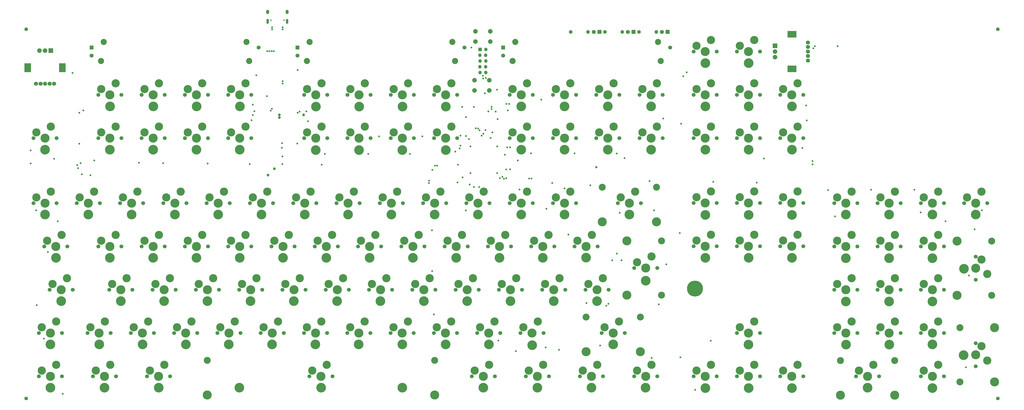
<source format=gts>
G04 #@! TF.GenerationSoftware,KiCad,Pcbnew,(6.0.0-rc1-458-g78ff9a857a)*
G04 #@! TF.CreationDate,2022-12-03T17:01:27+01:00*
G04 #@! TF.ProjectId,berlin,6265726c-696e-42e6-9b69-6361645f7063,rev?*
G04 #@! TF.SameCoordinates,Original*
G04 #@! TF.FileFunction,Soldermask,Top*
G04 #@! TF.FilePolarity,Negative*
%FSLAX46Y46*%
G04 Gerber Fmt 4.6, Leading zero omitted, Abs format (unit mm)*
G04 Created by KiCad (PCBNEW (6.0.0-rc1-458-g78ff9a857a)) date 2022-12-03 17:01:27*
%MOMM*%
%LPD*%
G01*
G04 APERTURE LIST*
G04 Aperture macros list*
%AMRoundRect*
0 Rectangle with rounded corners*
0 $1 Rounding radius*
0 $2 $3 $4 $5 $6 $7 $8 $9 X,Y pos of 4 corners*
0 Add a 4 corners polygon primitive as box body*
4,1,4,$2,$3,$4,$5,$6,$7,$8,$9,$2,$3,0*
0 Add four circle primitives for the rounded corners*
1,1,$1+$1,$2,$3*
1,1,$1+$1,$4,$5*
1,1,$1+$1,$6,$7*
1,1,$1+$1,$8,$9*
0 Add four rect primitives between the rounded corners*
20,1,$1+$1,$2,$3,$4,$5,0*
20,1,$1+$1,$4,$5,$6,$7,0*
20,1,$1+$1,$6,$7,$8,$9,0*
20,1,$1+$1,$8,$9,$2,$3,0*%
G04 Aperture macros list end*
%ADD10C,4.250000*%
%ADD11C,1.778000*%
%ADD12RoundRect,0.177800X-0.711200X-0.711200X0.711200X-0.711200X0.711200X0.711200X-0.711200X0.711200X0*%
%ADD13C,1.800000*%
%ADD14R,2.000000X2.000000*%
%ADD15C,2.000000*%
%ADD16R,4.000000X3.000000*%
%ADD17R,3.000000X4.000000*%
%ADD18C,1.596000*%
%ADD19R,1.750000X1.750000*%
%ADD20C,1.750000*%
%ADD21C,2.700000*%
%ADD22C,0.800000*%
%ADD23C,7.000000*%
%ADD24R,1.524000X1.524000*%
%ADD25O,1.524000X1.524000*%
%ADD26C,3.600000*%
%ADD27C,1.701800*%
%ADD28C,3.987800*%
%ADD29C,3.048000*%
%ADD30C,0.650000*%
%ADD31O,1.100000X2.200000*%
%ADD32O,1.300000X1.900000*%
%ADD33C,1.600000*%
%ADD34O,1.600000X1.600000*%
%ADD35C,1.000000*%
%ADD36C,1.200000*%
G04 APERTURE END LIST*
D10*
X231737500Y-141590500D03*
X60287500Y-141605000D03*
X126800000Y-217800000D03*
X250787500Y-113015500D03*
X136487500Y-141590500D03*
X198500000Y-113250000D03*
X67399500Y-217790500D03*
X179540500Y-94092500D03*
X69850000Y-93980000D03*
D11*
X297730000Y-61200000D03*
D12*
X300270000Y-61200000D03*
D10*
X184112500Y-160640500D03*
X246088500Y-179690500D03*
X160490500Y-94092500D03*
D13*
X376947000Y-65850000D03*
D14*
X362447000Y-67350000D03*
D15*
X362447000Y-72350000D03*
D13*
X376947000Y-67850000D03*
D15*
X362447000Y-69850000D03*
D13*
X376947000Y-71850000D03*
D16*
X369947000Y-62250000D03*
X369947000Y-77450000D03*
D13*
X376947000Y-73850000D03*
X376947000Y-69850000D03*
D10*
X198500000Y-217800000D03*
X126962500Y-160640500D03*
X155537500Y-141590500D03*
X162776500Y-217790500D03*
X331813500Y-160640500D03*
X198463500Y-198740500D03*
X250787500Y-93965500D03*
X207988500Y-179690500D03*
X393662500Y-141590500D03*
X74638500Y-179690500D03*
X331813500Y-93965500D03*
X127000000Y-93980000D03*
X369913500Y-113015500D03*
X350863500Y-113015500D03*
X241262500Y-160640500D03*
X217650000Y-113250000D03*
X331813500Y-141717500D03*
X174587500Y-141590500D03*
X107912500Y-113015500D03*
X43650500Y-217790500D03*
X412712500Y-160767500D03*
X212687500Y-141590500D03*
D13*
X45275000Y-83958000D03*
D14*
X43775000Y-69458000D03*
D13*
X43275000Y-83958000D03*
D15*
X38775000Y-69458000D03*
X41275000Y-69458000D03*
D13*
X39275000Y-83958000D03*
D17*
X48875000Y-76958000D03*
X33675000Y-76958000D03*
D13*
X37275000Y-83958000D03*
X41275000Y-83958000D03*
D10*
X107912500Y-160640500D03*
X269837500Y-93965500D03*
X46063500Y-160640500D03*
X445430000Y-203430000D03*
X107950000Y-93980000D03*
X412712500Y-141590500D03*
X48349500Y-179690500D03*
X98387500Y-141605000D03*
X146012500Y-160640500D03*
D18*
X33000000Y-60000000D03*
D10*
X350863500Y-141717500D03*
X179286500Y-198740500D03*
X169761500Y-179690500D03*
X412810000Y-198820000D03*
X350780000Y-198820000D03*
X69812500Y-160640500D03*
X350863500Y-217917500D03*
X284188500Y-179690500D03*
D19*
X61746250Y-68100000D03*
D20*
X61746250Y-71600000D03*
X135246250Y-68100000D03*
D21*
X131096250Y-74050000D03*
X65896250Y-74050000D03*
X67096250Y-65650000D03*
X129896250Y-65650000D03*
D10*
X84163500Y-198740500D03*
X222212500Y-160640500D03*
X350863500Y-160640500D03*
D11*
X312730000Y-61200000D03*
D12*
X315270000Y-61200000D03*
D10*
X298412500Y-141590500D03*
X260312500Y-160640500D03*
X369913500Y-141717500D03*
X91275500Y-217790500D03*
X445590000Y-165430000D03*
X227038500Y-179690500D03*
X431762500Y-217917500D03*
X369913500Y-217917500D03*
D11*
X282730000Y-61200000D03*
D12*
X285270000Y-61200000D03*
D10*
X217640500Y-94092500D03*
X431762500Y-160767500D03*
X450812500Y-141590500D03*
X403225000Y-217805000D03*
D22*
X329156155Y-172343845D03*
X327300000Y-176825000D03*
X329925000Y-174200000D03*
X325443845Y-176056155D03*
X325443845Y-172343845D03*
X327300000Y-171575000D03*
X329156155Y-176056155D03*
X324675000Y-174200000D03*
D23*
X327300000Y-174200000D03*
D18*
X460500000Y-222500000D03*
D10*
X431762500Y-198740500D03*
X188811500Y-179690500D03*
X431762500Y-141590500D03*
X291300500Y-198740500D03*
D15*
X230650000Y-60950000D03*
X237150000Y-60950000D03*
X237150000Y-65450000D03*
X230650000Y-65450000D03*
D10*
X431762500Y-179817500D03*
X269837500Y-113015500D03*
X103213500Y-198740500D03*
X279350000Y-160550000D03*
X369913500Y-160640500D03*
X265138500Y-179690500D03*
X141186500Y-198740500D03*
X369913500Y-93965500D03*
D24*
X232693500Y-68920000D03*
D25*
X235233500Y-68920000D03*
X232566500Y-71460000D03*
X235106500Y-71460000D03*
X232693500Y-74000000D03*
X235233500Y-74000000D03*
X232566500Y-76540000D03*
X235106500Y-76540000D03*
X232693500Y-79080000D03*
X235233500Y-79080000D03*
D10*
X65113500Y-198740500D03*
X288887500Y-93965500D03*
X43650500Y-198740500D03*
X257937000Y-217790500D03*
X93688500Y-179690500D03*
D18*
X33000000Y-222500000D03*
D10*
X179450000Y-113250000D03*
X41237500Y-141605000D03*
X393760000Y-198820000D03*
X307937500Y-113015500D03*
X88862500Y-160640500D03*
X126962500Y-113015500D03*
X250787500Y-141590500D03*
X305562000Y-170673500D03*
X331813500Y-217917500D03*
X41275000Y-113030000D03*
X307937500Y-93965500D03*
X88900000Y-93980000D03*
X117437500Y-141590500D03*
X255660000Y-199040000D03*
X393662500Y-160767500D03*
X331813500Y-113015500D03*
X112738500Y-179690500D03*
X234150500Y-217790500D03*
X131661500Y-179690500D03*
X203162500Y-160640500D03*
X88862500Y-113015500D03*
X281686000Y-217790500D03*
X165062500Y-160640500D03*
D19*
X242816500Y-68100000D03*
D20*
X242816500Y-71600000D03*
X316316500Y-68100000D03*
D21*
X310966500Y-65650000D03*
X312166500Y-74050000D03*
X246966500Y-74050000D03*
X248166500Y-65650000D03*
D10*
X393662500Y-179817500D03*
X288887500Y-113015500D03*
X269875000Y-141605000D03*
X217513500Y-198740500D03*
X122136500Y-198740500D03*
X160400000Y-113250000D03*
X236563500Y-198740500D03*
X350863500Y-74915500D03*
X305524500Y-217790500D03*
X79337500Y-141605000D03*
X150711500Y-179690500D03*
D19*
X152329000Y-68100000D03*
D20*
X152329000Y-71600000D03*
X225829000Y-68100000D03*
D21*
X221679000Y-74050000D03*
X156479000Y-74050000D03*
X157679000Y-65650000D03*
X220479000Y-65650000D03*
D10*
X331813500Y-74915500D03*
X198590500Y-94092500D03*
X160236500Y-198740500D03*
X350863500Y-93965500D03*
D18*
X460500000Y-60000000D03*
D10*
X193637500Y-141590500D03*
X412712500Y-179817500D03*
X69812500Y-113015500D03*
D26*
X166020750Y-172116750D03*
D27*
X174910750Y-174656750D03*
D26*
X172370750Y-169576750D03*
D27*
X164750750Y-174656750D03*
D28*
X169830750Y-174656750D03*
X279368250Y-155606750D03*
D27*
X284448250Y-155606750D03*
D26*
X281908250Y-150526750D03*
D27*
X274288250Y-155606750D03*
D26*
X275558250Y-153066750D03*
X143795750Y-188626750D03*
D27*
X136175750Y-193706750D03*
D28*
X141255750Y-193706750D03*
D26*
X137445750Y-191166750D03*
D27*
X146335750Y-193706750D03*
D26*
X272383250Y-102901750D03*
D27*
X274923250Y-107981750D03*
D26*
X266033250Y-105441750D03*
D28*
X269843250Y-107981750D03*
D27*
X264763250Y-107981750D03*
D26*
X389858250Y-191198500D03*
D27*
X398748250Y-193738500D03*
D28*
X393668250Y-193738500D03*
D27*
X388588250Y-193738500D03*
D26*
X396208250Y-188658500D03*
D27*
X345725750Y-193738500D03*
D26*
X353345750Y-188658500D03*
D27*
X355885750Y-193738500D03*
D28*
X350805750Y-193738500D03*
D26*
X346995750Y-191198500D03*
D28*
X174593250Y-136556750D03*
D26*
X170783250Y-134016750D03*
X177133250Y-131476750D03*
D27*
X179673250Y-136556750D03*
X169513250Y-136556750D03*
D28*
X136493250Y-136556750D03*
D26*
X139033250Y-131476750D03*
D27*
X131413250Y-136556750D03*
X141573250Y-136556750D03*
D26*
X132683250Y-134016750D03*
X347027500Y-153035000D03*
X353377500Y-150495000D03*
D27*
X345757500Y-155575000D03*
D28*
X350837500Y-155575000D03*
D27*
X355917500Y-155575000D03*
D26*
X110458250Y-83851750D03*
D27*
X112998250Y-88931750D03*
X102838250Y-88931750D03*
D28*
X107918250Y-88931750D03*
D26*
X104108250Y-86391750D03*
X246983410Y-86391750D03*
D27*
X245713410Y-88931750D03*
X255873410Y-88931750D03*
D26*
X253333410Y-83851750D03*
D28*
X250793410Y-88931750D03*
D29*
X457803250Y-177101500D03*
D27*
X450818250Y-160083500D03*
D28*
X442563250Y-153225500D03*
D26*
X455898250Y-167703500D03*
X453358250Y-161353500D03*
D28*
X450818250Y-165163500D03*
D27*
X450818250Y-170243500D03*
D29*
X457803250Y-153225500D03*
D28*
X442563250Y-177101500D03*
D27*
X293973250Y-88931750D03*
D26*
X291433250Y-83851750D03*
X285083250Y-86391750D03*
D27*
X283813250Y-88931750D03*
D28*
X288893250Y-88931750D03*
X126970000Y-107980000D03*
D26*
X123160000Y-105440000D03*
X129510000Y-102900000D03*
D27*
X121890000Y-107980000D03*
X132050000Y-107980000D03*
D26*
X427958250Y-172148500D03*
D27*
X436848250Y-174688500D03*
X426688250Y-174688500D03*
D28*
X431768250Y-174688500D03*
D26*
X434308250Y-169608500D03*
X334327500Y-64770000D03*
D28*
X331787500Y-69850000D03*
D26*
X327977500Y-67310000D03*
D27*
X336867500Y-69850000D03*
X326707500Y-69850000D03*
D26*
X158083250Y-131476750D03*
X151733250Y-134016750D03*
D28*
X155543250Y-136556750D03*
D27*
X150463250Y-136556750D03*
X160623250Y-136556750D03*
D28*
X331787500Y-136525000D03*
D26*
X334327500Y-131445000D03*
D27*
X326707500Y-136525000D03*
X336867500Y-136525000D03*
D26*
X327977500Y-133985000D03*
D27*
X132048250Y-155606750D03*
D26*
X129508250Y-150526750D03*
D28*
X126968250Y-155606750D03*
D27*
X121888250Y-155606750D03*
D26*
X123158250Y-153066750D03*
D27*
X263017000Y-212756750D03*
D26*
X260477000Y-207676750D03*
D28*
X257937000Y-212756750D03*
D26*
X254127000Y-210216750D03*
D27*
X252857000Y-212756750D03*
D26*
X61245750Y-191166750D03*
X67595750Y-188626750D03*
D27*
X59975750Y-193706750D03*
D28*
X65055750Y-193706750D03*
D27*
X70135750Y-193706750D03*
D26*
X262858250Y-150526750D03*
X256508250Y-153066750D03*
D28*
X260318250Y-155606750D03*
D27*
X265398250Y-155606750D03*
X255238250Y-155606750D03*
D26*
X127920750Y-172116750D03*
X134270750Y-169576750D03*
D27*
X126650750Y-174656750D03*
X136810750Y-174656750D03*
D28*
X131730750Y-174656750D03*
X184118250Y-155606750D03*
D26*
X180308250Y-153066750D03*
D27*
X189198250Y-155606750D03*
X179038250Y-155606750D03*
D26*
X186658250Y-150526750D03*
D28*
X160305750Y-193706750D03*
D27*
X155225750Y-193706750D03*
D26*
X156495750Y-191166750D03*
D27*
X165385750Y-193706750D03*
D26*
X162845750Y-188626750D03*
D15*
X230250000Y-82450000D03*
X236750000Y-82450000D03*
X230250000Y-86950000D03*
X236750000Y-86950000D03*
D27*
X260635750Y-193706750D03*
D26*
X258095750Y-188626750D03*
D28*
X255555750Y-193706750D03*
D27*
X250475750Y-193706750D03*
D26*
X251745750Y-191166750D03*
X310483250Y-83851750D03*
D27*
X313023250Y-88931750D03*
D26*
X304133250Y-86391750D03*
D27*
X302863250Y-88931750D03*
D28*
X307943250Y-88931750D03*
D27*
X374967500Y-107950000D03*
D28*
X369887500Y-107950000D03*
D26*
X366077500Y-105410000D03*
D27*
X364807500Y-107950000D03*
D26*
X372427500Y-102870000D03*
D30*
X140620000Y-56046500D03*
X146400000Y-56046500D03*
D31*
X139210000Y-56597500D03*
D32*
X147810000Y-52397500D03*
X139210000Y-52397500D03*
D31*
X147810000Y-56597500D03*
D26*
X285083250Y-105441750D03*
X291433250Y-102901750D03*
D27*
X293973250Y-107981750D03*
D28*
X288893250Y-107981750D03*
D27*
X283813250Y-107981750D03*
D26*
X66008250Y-105441750D03*
D28*
X69818250Y-107981750D03*
D26*
X72358250Y-102901750D03*
D27*
X64738250Y-107981750D03*
X74898250Y-107981750D03*
D26*
X69977000Y-207676750D03*
X63627000Y-210216750D03*
D27*
X62357000Y-212756750D03*
X72517000Y-212756750D03*
D28*
X67437000Y-212756750D03*
D27*
X246348250Y-155606750D03*
D28*
X241268250Y-155606750D03*
D26*
X237458250Y-153066750D03*
X243808250Y-150526750D03*
D27*
X236188250Y-155606750D03*
D28*
X284130750Y-174656750D03*
D27*
X289210750Y-174656750D03*
D26*
X286670750Y-169576750D03*
X280320750Y-172116750D03*
D27*
X279050750Y-174656750D03*
D29*
X443833250Y-191325500D03*
D28*
X459073250Y-191325500D03*
D27*
X450818250Y-208343500D03*
D28*
X459073250Y-215201500D03*
D27*
X450818250Y-198183500D03*
D29*
X443833250Y-215201500D03*
D26*
X455898250Y-205803500D03*
X453358250Y-199453500D03*
D28*
X450818250Y-203263500D03*
D26*
X153320750Y-169576750D03*
D27*
X155860750Y-174656750D03*
D28*
X150780750Y-174656750D03*
D27*
X145700750Y-174656750D03*
D26*
X146970750Y-172116750D03*
D28*
X246030750Y-174656750D03*
D26*
X248570750Y-169576750D03*
D27*
X240950750Y-174656750D03*
X251110750Y-174656750D03*
D26*
X242220750Y-172116750D03*
D28*
X412718250Y-193738500D03*
D27*
X407638250Y-193738500D03*
D26*
X408908250Y-191198500D03*
X415258250Y-188658500D03*
D27*
X417798250Y-193738500D03*
D29*
X286480250Y-129571750D03*
D28*
X298418250Y-136556750D03*
X286480250Y-144811750D03*
D27*
X303498250Y-136556750D03*
X293338250Y-136556750D03*
D26*
X300958250Y-131476750D03*
D29*
X310356250Y-129571750D03*
D28*
X310356250Y-144811750D03*
D26*
X294608250Y-134016750D03*
D27*
X222631000Y-88931750D03*
D28*
X217551000Y-88931750D03*
D26*
X213741000Y-86391750D03*
X220091000Y-83851750D03*
D27*
X212471000Y-88931750D03*
X83788250Y-107981750D03*
D28*
X88868250Y-107981750D03*
D26*
X85058250Y-105441750D03*
D27*
X93948250Y-107981750D03*
D26*
X91408250Y-102901750D03*
X50927000Y-169576750D03*
D28*
X48387000Y-174656750D03*
D27*
X43307000Y-174656750D03*
X53467000Y-174656750D03*
D26*
X44577000Y-172116750D03*
X415258250Y-131508500D03*
X408908250Y-134048500D03*
D27*
X407638250Y-136588500D03*
X417798250Y-136588500D03*
D28*
X412718250Y-136588500D03*
X162687000Y-212756750D03*
D29*
X212725000Y-205771750D03*
D28*
X212725000Y-221011750D03*
D29*
X112649000Y-205771750D03*
D26*
X158877000Y-210216750D03*
D27*
X157607000Y-212756750D03*
D26*
X165227000Y-207676750D03*
D28*
X112649000Y-221011750D03*
D27*
X167767000Y-212756750D03*
D26*
X42195750Y-153066750D03*
D27*
X51085750Y-155606750D03*
D28*
X46005750Y-155606750D03*
D27*
X40925750Y-155606750D03*
D26*
X48545750Y-150526750D03*
D28*
X117443250Y-136556750D03*
D27*
X122523250Y-136556750D03*
D26*
X119983250Y-131476750D03*
X113633250Y-134016750D03*
D27*
X112363250Y-136556750D03*
X198088250Y-155606750D03*
X208248250Y-155606750D03*
D26*
X199358250Y-153066750D03*
D28*
X203168250Y-155606750D03*
D26*
X205708250Y-150526750D03*
X181991106Y-83851750D03*
D27*
X184531106Y-88931750D03*
X174371106Y-88931750D03*
D28*
X179451106Y-88931750D03*
D26*
X175641106Y-86391750D03*
D27*
X48704500Y-193706750D03*
D26*
X46164500Y-188626750D03*
D28*
X43624500Y-193706750D03*
D26*
X39814500Y-191166750D03*
D27*
X38544500Y-193706750D03*
D26*
X104108250Y-153066750D03*
D27*
X112998250Y-155606750D03*
D28*
X107918250Y-155606750D03*
D26*
X110458250Y-150526750D03*
D27*
X102838250Y-155606750D03*
X255873250Y-107981750D03*
D28*
X250793250Y-107981750D03*
D27*
X245713250Y-107981750D03*
D26*
X246983250Y-105441750D03*
X253333250Y-102901750D03*
D27*
X436848250Y-136588500D03*
D28*
X431768250Y-136588500D03*
D26*
X427958250Y-134048500D03*
D27*
X426688250Y-136588500D03*
D26*
X434308250Y-131508500D03*
D27*
X155321090Y-88931750D03*
X165481090Y-88931750D03*
D26*
X162941090Y-83851750D03*
D28*
X160401090Y-88931750D03*
D26*
X156591090Y-86391750D03*
D28*
X350837500Y-107950000D03*
D27*
X355917500Y-107950000D03*
D26*
X353377500Y-102870000D03*
D27*
X345757500Y-107950000D03*
D26*
X347027500Y-105410000D03*
D27*
X236823250Y-136556750D03*
D26*
X227933250Y-134016750D03*
X234283250Y-131476750D03*
D28*
X231743250Y-136556750D03*
D27*
X226663250Y-136556750D03*
D26*
X89820750Y-172116750D03*
D27*
X88550750Y-174656750D03*
X98710750Y-174656750D03*
D26*
X96170750Y-169576750D03*
D28*
X93630750Y-174656750D03*
D27*
X398748250Y-174688500D03*
D26*
X396208250Y-169608500D03*
D28*
X393668250Y-174688500D03*
D27*
X388588250Y-174688500D03*
D26*
X389858250Y-172148500D03*
X208883250Y-134016750D03*
D28*
X212693250Y-136556750D03*
D27*
X207613250Y-136556750D03*
X217773250Y-136556750D03*
D26*
X215233250Y-131476750D03*
D28*
X69818250Y-88931750D03*
D27*
X74898250Y-88931750D03*
X64738250Y-88931750D03*
D26*
X72358250Y-83851750D03*
X66008250Y-86391750D03*
D29*
X312547000Y-177069750D03*
D28*
X297307000Y-153193750D03*
X305562000Y-165131750D03*
D27*
X300482000Y-165131750D03*
D26*
X308102000Y-160051750D03*
X301752000Y-162591750D03*
D27*
X310642000Y-165131750D03*
D28*
X297307000Y-177069750D03*
D29*
X312547000Y-153193750D03*
D27*
X241585750Y-193706750D03*
D28*
X236505750Y-193706750D03*
D26*
X239045750Y-188626750D03*
D27*
X231425750Y-193706750D03*
D26*
X232695750Y-191166750D03*
D33*
X272600000Y-61200000D03*
D34*
X280220000Y-61200000D03*
D27*
X46323250Y-107981750D03*
D28*
X41243250Y-107981750D03*
D26*
X43783250Y-102901750D03*
D27*
X36163250Y-107981750D03*
D26*
X37433250Y-105441750D03*
D27*
X222535750Y-193706750D03*
D26*
X213645750Y-191166750D03*
X219995750Y-188626750D03*
D27*
X212375750Y-193706750D03*
D28*
X217455750Y-193706750D03*
D26*
X185065000Y-172135000D03*
D27*
X193955000Y-174675000D03*
X183795000Y-174675000D03*
D28*
X188875000Y-174675000D03*
D26*
X191415000Y-169595000D03*
D27*
X398748250Y-136588500D03*
D26*
X389858250Y-134048500D03*
X396208250Y-131508500D03*
D28*
X393668250Y-136588500D03*
D27*
X388588250Y-136588500D03*
D26*
X194691000Y-105441750D03*
X201041000Y-102901750D03*
D28*
X198501000Y-107981750D03*
D27*
X203581000Y-107981750D03*
X193421000Y-107981750D03*
X159988250Y-155606750D03*
D28*
X165068250Y-155606750D03*
D27*
X170148250Y-155606750D03*
D26*
X167608250Y-150526750D03*
X161258250Y-153066750D03*
D28*
X146018250Y-155606750D03*
D27*
X151098250Y-155606750D03*
D26*
X142208250Y-153066750D03*
X148558250Y-150526750D03*
D27*
X140938250Y-155606750D03*
X96329500Y-212756750D03*
D26*
X87439500Y-210216750D03*
D27*
X86169500Y-212756750D03*
D26*
X93789500Y-207676750D03*
D28*
X91249500Y-212756750D03*
D27*
X417798250Y-155638500D03*
D26*
X415258250Y-150558500D03*
X408908250Y-153098500D03*
D28*
X412718250Y-155638500D03*
D27*
X407638250Y-155638500D03*
D28*
X226980750Y-174656750D03*
D27*
X232060750Y-174656750D03*
X221900750Y-174656750D03*
D26*
X229520750Y-169576750D03*
X223170750Y-172116750D03*
D27*
X274923250Y-88931750D03*
X264763250Y-88931750D03*
D26*
X272383250Y-83851750D03*
X266033250Y-86391750D03*
D28*
X269843250Y-88931750D03*
D33*
X287600000Y-61200000D03*
D34*
X295220000Y-61200000D03*
D26*
X353377500Y-131445000D03*
D27*
X355917500Y-136525000D03*
D28*
X350837500Y-136525000D03*
D26*
X347027500Y-133985000D03*
D27*
X345757500Y-136525000D03*
D28*
X369887500Y-88900000D03*
D26*
X372427500Y-83820000D03*
X366077500Y-86360000D03*
D27*
X374967500Y-88900000D03*
X364807500Y-88900000D03*
X336867500Y-88900000D03*
D28*
X331787500Y-88900000D03*
D26*
X334327500Y-83820000D03*
X327977500Y-86360000D03*
D27*
X326707500Y-88900000D03*
X217138250Y-155606750D03*
D26*
X218408250Y-153066750D03*
D27*
X227298250Y-155606750D03*
D26*
X224758250Y-150526750D03*
D28*
X222218250Y-155606750D03*
X412718250Y-174688500D03*
D26*
X415258250Y-169608500D03*
X408908250Y-172148500D03*
D27*
X407638250Y-174688500D03*
X417798250Y-174688500D03*
D26*
X277939500Y-210216750D03*
D27*
X276669500Y-212756750D03*
D28*
X281749500Y-212756750D03*
D27*
X286829500Y-212756750D03*
D26*
X284289500Y-207676750D03*
X220091000Y-102901750D03*
X213741000Y-105441750D03*
D28*
X217551000Y-107981750D03*
D27*
X212471000Y-107981750D03*
X222631000Y-107981750D03*
X455898250Y-136588500D03*
X445738250Y-136588500D03*
D28*
X450818250Y-136588500D03*
D26*
X453358250Y-131508500D03*
X447008250Y-134048500D03*
D27*
X38544500Y-212756750D03*
D26*
X46164500Y-207676750D03*
D27*
X48704500Y-212756750D03*
D28*
X43624500Y-212756750D03*
D26*
X39814500Y-210216750D03*
D28*
X269843250Y-136556750D03*
D26*
X266033250Y-134016750D03*
D27*
X264763250Y-136556750D03*
X274923250Y-136556750D03*
D26*
X272383250Y-131476750D03*
D27*
X302863250Y-107981750D03*
D26*
X304133250Y-105441750D03*
D27*
X313023250Y-107981750D03*
D26*
X310483250Y-102901750D03*
D28*
X307943250Y-107981750D03*
D26*
X175641000Y-105441750D03*
D27*
X184531000Y-107981750D03*
D26*
X181991000Y-102901750D03*
D27*
X174371000Y-107981750D03*
D28*
X179451000Y-107981750D03*
D27*
X310642000Y-212756750D03*
D26*
X308102000Y-207676750D03*
X301752000Y-210216750D03*
D28*
X305562000Y-212756750D03*
D27*
X300482000Y-212756750D03*
D28*
X69818250Y-155606750D03*
D26*
X72358250Y-150526750D03*
X66008250Y-153066750D03*
D27*
X74898250Y-155606750D03*
X64738250Y-155606750D03*
D26*
X43783250Y-131476750D03*
D27*
X36163250Y-136556750D03*
D26*
X37433250Y-134016750D03*
D27*
X46323250Y-136556750D03*
D28*
X41243250Y-136556750D03*
D26*
X194595750Y-191166750D03*
D27*
X203485750Y-193706750D03*
D26*
X200945750Y-188626750D03*
D27*
X193325750Y-193706750D03*
D28*
X198405750Y-193706750D03*
D26*
X56483250Y-134016750D03*
D27*
X55213250Y-136556750D03*
D28*
X60293250Y-136556750D03*
D26*
X62833250Y-131476750D03*
D27*
X65373250Y-136556750D03*
X374935750Y-212788500D03*
D26*
X372395750Y-207708500D03*
X366045750Y-210248500D03*
D27*
X364775750Y-212788500D03*
D28*
X369855750Y-212788500D03*
D33*
X302600000Y-61200000D03*
D34*
X310220000Y-61200000D03*
D28*
X122205750Y-193706750D03*
D27*
X127285750Y-193706750D03*
D26*
X118395750Y-191166750D03*
D27*
X117125750Y-193706750D03*
D26*
X124745750Y-188626750D03*
D27*
X155321000Y-107981750D03*
D26*
X162941000Y-102901750D03*
D27*
X165481000Y-107981750D03*
D28*
X160401000Y-107981750D03*
D26*
X156591000Y-105441750D03*
D28*
X107918250Y-107981750D03*
D26*
X110458250Y-102901750D03*
X104108250Y-105441750D03*
D27*
X102838250Y-107981750D03*
X112998250Y-107981750D03*
X398748250Y-155638500D03*
D26*
X389858250Y-153098500D03*
D28*
X393668250Y-155638500D03*
D26*
X396208250Y-150558500D03*
D27*
X388588250Y-155638500D03*
X245713250Y-136556750D03*
D26*
X253333250Y-131476750D03*
D27*
X255873250Y-136556750D03*
D26*
X246983250Y-134016750D03*
D28*
X250793250Y-136556750D03*
D26*
X75533250Y-134016750D03*
D27*
X84423250Y-136556750D03*
D26*
X81883250Y-131476750D03*
D28*
X79343250Y-136556750D03*
D27*
X74263250Y-136556750D03*
X83788250Y-155606750D03*
X93948250Y-155606750D03*
D28*
X88868250Y-155606750D03*
D26*
X85058250Y-153066750D03*
X91408250Y-150526750D03*
D28*
X331755750Y-212788500D03*
D26*
X334295750Y-207708500D03*
D27*
X326675750Y-212788500D03*
X336835750Y-212788500D03*
D26*
X327945750Y-210248500D03*
D27*
X260000750Y-174656750D03*
D26*
X267620750Y-169576750D03*
D28*
X265080750Y-174656750D03*
D27*
X270160750Y-174656750D03*
D26*
X261270750Y-172116750D03*
D27*
X426688250Y-193738500D03*
D26*
X434308250Y-188658500D03*
D27*
X436848250Y-193738500D03*
D26*
X427958250Y-191198500D03*
D28*
X431768250Y-193738500D03*
D27*
X239204500Y-212756750D03*
D28*
X234124500Y-212756750D03*
D26*
X230314500Y-210216750D03*
D27*
X229044500Y-212756750D03*
D26*
X236664500Y-207676750D03*
D27*
X132048250Y-88931750D03*
X121888250Y-88931750D03*
D28*
X126968250Y-88931750D03*
D26*
X123158250Y-86391750D03*
X129508250Y-83851750D03*
D28*
X88868250Y-88931750D03*
D26*
X85058250Y-86391750D03*
X91408250Y-83851750D03*
D27*
X83788250Y-88931750D03*
X93948250Y-88931750D03*
X364807500Y-136525000D03*
D28*
X369887500Y-136525000D03*
D27*
X374967500Y-136525000D03*
D26*
X372427500Y-131445000D03*
X366077500Y-133985000D03*
X86645750Y-188626750D03*
D27*
X79025750Y-193706750D03*
X89185750Y-193706750D03*
D28*
X84105750Y-193706750D03*
D26*
X80295750Y-191166750D03*
D27*
X184435750Y-193706750D03*
D26*
X175545750Y-191166750D03*
D27*
X174275750Y-193706750D03*
D28*
X179355750Y-193706750D03*
D26*
X181895750Y-188626750D03*
X77120750Y-169576750D03*
X70770750Y-172116750D03*
D27*
X69500750Y-174656750D03*
D28*
X74580750Y-174656750D03*
D27*
X79660750Y-174656750D03*
D26*
X427958250Y-153098500D03*
D28*
X431768250Y-155638500D03*
D27*
X426688250Y-155638500D03*
X436848250Y-155638500D03*
D26*
X434308250Y-150558500D03*
D28*
X391255250Y-221043500D03*
D26*
X405733250Y-207708500D03*
D27*
X398113250Y-212788500D03*
D28*
X403193250Y-212788500D03*
D27*
X408273250Y-212788500D03*
D28*
X415131250Y-221043500D03*
D26*
X399383250Y-210248500D03*
D29*
X415131250Y-205803500D03*
X391255250Y-205803500D03*
D27*
X117760750Y-174656750D03*
D26*
X115220750Y-169576750D03*
D27*
X107600750Y-174656750D03*
D28*
X112680750Y-174656750D03*
D26*
X108870750Y-172116750D03*
X293814500Y-188626750D03*
D28*
X279336500Y-201961750D03*
D26*
X287464500Y-191166750D03*
D28*
X303212500Y-201961750D03*
D27*
X296354500Y-193706750D03*
D29*
X303212500Y-186721750D03*
D28*
X291274500Y-193706750D03*
D27*
X286194500Y-193706750D03*
D29*
X279336500Y-186721750D03*
D27*
X364807500Y-155575000D03*
D26*
X372427500Y-150495000D03*
D27*
X374967500Y-155575000D03*
D26*
X366077500Y-153035000D03*
D28*
X369887500Y-155575000D03*
X198501000Y-88931750D03*
D26*
X201041000Y-83851750D03*
D27*
X193421000Y-88931750D03*
X203581000Y-88931750D03*
D26*
X194691000Y-86391750D03*
X210470750Y-169576750D03*
D27*
X202850750Y-174656750D03*
D26*
X204120750Y-172116750D03*
D27*
X213010750Y-174656750D03*
D28*
X207930750Y-174656750D03*
X431768250Y-212788500D03*
D26*
X427958250Y-210248500D03*
X434308250Y-207708500D03*
D27*
X426688250Y-212788500D03*
X436848250Y-212788500D03*
D26*
X334327500Y-102870000D03*
X327977500Y-105410000D03*
D27*
X326707500Y-107950000D03*
X336867500Y-107950000D03*
D28*
X331787500Y-107950000D03*
D26*
X353345750Y-207708500D03*
D27*
X345725750Y-212788500D03*
D28*
X350805750Y-212788500D03*
D27*
X355885750Y-212788500D03*
D26*
X346995750Y-210248500D03*
D27*
X188563250Y-136556750D03*
D28*
X193643250Y-136556750D03*
D26*
X196183250Y-131476750D03*
D27*
X198723250Y-136556750D03*
D26*
X189833250Y-134016750D03*
D28*
X103155750Y-193706750D03*
D27*
X108235750Y-193706750D03*
D26*
X99345750Y-191166750D03*
X105695750Y-188626750D03*
D27*
X98075750Y-193706750D03*
D26*
X334327500Y-150495000D03*
D27*
X336867500Y-155575000D03*
D28*
X331787500Y-155575000D03*
D26*
X327977500Y-153035000D03*
D27*
X326707500Y-155575000D03*
X345757500Y-88900000D03*
X355917500Y-88900000D03*
D26*
X347027500Y-86360000D03*
X353377500Y-83820000D03*
D28*
X350837500Y-88900000D03*
D26*
X94583250Y-134016750D03*
D28*
X98393250Y-136556750D03*
D27*
X103473250Y-136556750D03*
D26*
X100933250Y-131476750D03*
D27*
X93313250Y-136556750D03*
D26*
X347027500Y-67310000D03*
D27*
X345757500Y-69850000D03*
D28*
X350837500Y-69850000D03*
D26*
X353377500Y-64770000D03*
D27*
X355917500Y-69850000D03*
D22*
X232400000Y-104450000D03*
X234050000Y-81700000D03*
X374540000Y-112310000D03*
X234000000Y-80500000D03*
X55800000Y-121200000D03*
X376160000Y-93550000D03*
X145500000Y-112200000D03*
X327352500Y-218717500D03*
X279530000Y-180540000D03*
X55400000Y-119800000D03*
X281200000Y-128700000D03*
X132700000Y-93200000D03*
X267410000Y-201080000D03*
X334210000Y-197090000D03*
X153247576Y-96270265D03*
X233350000Y-106900000D03*
X453500000Y-139700000D03*
X58100000Y-95800000D03*
X447830000Y-168410000D03*
X243600000Y-115200000D03*
X248400000Y-201720000D03*
X234100000Y-106050000D03*
X230850000Y-103601250D03*
X56900000Y-119000000D03*
X152250000Y-110300000D03*
X388900000Y-142400000D03*
X231805378Y-103694622D03*
X296300000Y-116800000D03*
X446480000Y-208830000D03*
X311350000Y-181100000D03*
X223750000Y-112450000D03*
X245872000Y-121666000D03*
X289180000Y-180850000D03*
X271526000Y-150368000D03*
X230000000Y-94250000D03*
X237750000Y-94150000D03*
X37350000Y-139730000D03*
X207264000Y-107188000D03*
X145800000Y-82900000D03*
X53400000Y-79300000D03*
X240210000Y-111580000D03*
X57400000Y-123900000D03*
X224800000Y-94250000D03*
X228440000Y-111580000D03*
X164330000Y-114930000D03*
X255100000Y-114660000D03*
X133400000Y-96140000D03*
X379020000Y-119470000D03*
X274260000Y-114650000D03*
X259588000Y-91059000D03*
X261874000Y-139065000D03*
X226441000Y-139827000D03*
X320548000Y-149733000D03*
X141100000Y-95000000D03*
X237750000Y-95100000D03*
X292890000Y-158740000D03*
X228440000Y-123370000D03*
X188214000Y-107188000D03*
X240210000Y-123370000D03*
X145550000Y-110150000D03*
X238125000Y-105410000D03*
X245450000Y-92850000D03*
X241400000Y-125600000D03*
X294890000Y-161740000D03*
X183500000Y-114940000D03*
X285496000Y-199263000D03*
X379300000Y-68400000D03*
X244250000Y-92850000D03*
X140589000Y-95885000D03*
X426590000Y-140630000D03*
X201820000Y-114920000D03*
X224028000Y-106871500D03*
X290890000Y-161740000D03*
X228150000Y-128350000D03*
X379020000Y-118020000D03*
X145800000Y-83900000D03*
X145700000Y-116032500D03*
X380050000Y-67500000D03*
X132710000Y-97830000D03*
X221790000Y-113910000D03*
X261590000Y-200070000D03*
X292820000Y-114710000D03*
X288200000Y-181700000D03*
D35*
X283845000Y-120777000D03*
D22*
X145846800Y-60114600D03*
X139039600Y-69697600D03*
X140970000Y-69697600D03*
X141147800Y-60121800D03*
X141147800Y-59221800D03*
X145846800Y-59214600D03*
X140004800Y-69697600D03*
X141935200Y-69697600D03*
X234800000Y-88250000D03*
X134200000Y-80300000D03*
X235244622Y-81494622D03*
X152400000Y-78000000D03*
X235100000Y-104400000D03*
X45200000Y-117000000D03*
X62900000Y-117800000D03*
X313308000Y-99315000D03*
X152400000Y-96800000D03*
X322072000Y-80670400D03*
X132080000Y-100076000D03*
X404773400Y-130658600D03*
X376450000Y-100190000D03*
X385826000Y-130810000D03*
X321208400Y-101574600D03*
X307300000Y-126800000D03*
X423823400Y-130658600D03*
X210179997Y-127691237D03*
X211530000Y-148480000D03*
X211569769Y-166497000D03*
X210246991Y-126693982D03*
X229980000Y-129440000D03*
X308170000Y-204610000D03*
X240770000Y-197040000D03*
X320860000Y-204400000D03*
X93218000Y-118950000D03*
X112800000Y-119150000D03*
X131350000Y-119350000D03*
X145650000Y-119400000D03*
X222821505Y-127405673D03*
X232300000Y-129476500D03*
X250012200Y-130581400D03*
X269824200Y-130059700D03*
X335300000Y-127200000D03*
X354400000Y-127500000D03*
X357593872Y-116923872D03*
X240100000Y-86600000D03*
X249300500Y-117775501D03*
X227803378Y-108396622D03*
X224026218Y-111273782D03*
X222977189Y-119650000D03*
X240400000Y-99600000D03*
X228900000Y-68100000D03*
X226478378Y-107071622D03*
X254310000Y-125720000D03*
X264475000Y-127665000D03*
X244200000Y-121800000D03*
X245900980Y-112000000D03*
X224945464Y-125250464D03*
X226500000Y-98699500D03*
D36*
X144400000Y-97727500D03*
X144400000Y-98900000D03*
X139400000Y-124200000D03*
X155030000Y-97690000D03*
D22*
X255300000Y-125720000D03*
D36*
X142200000Y-121400000D03*
D22*
X237340000Y-107900000D03*
X236300000Y-96150000D03*
X42545000Y-158115000D03*
X56300000Y-96750000D03*
X49047000Y-220447000D03*
X34925000Y-113411000D03*
X156200000Y-96200000D03*
X309245000Y-139700000D03*
X294132000Y-140843000D03*
X314680000Y-163470000D03*
X138900000Y-89500000D03*
X34925000Y-119126000D03*
X390000000Y-67500000D03*
X56311000Y-110440000D03*
X156960000Y-100540000D03*
X437460000Y-144540000D03*
X450320000Y-148130000D03*
X37592000Y-181483000D03*
X46880000Y-144540000D03*
X40738021Y-196161979D03*
X82600000Y-118800000D03*
X212850000Y-120039020D03*
X242500020Y-124968364D03*
X213850000Y-120039031D03*
X243200000Y-125800000D03*
X163050000Y-119639500D03*
X244200000Y-125600000D03*
X211650000Y-121900500D03*
X212368400Y-185548000D03*
X61200000Y-124300000D03*
X239522000Y-96266000D03*
X244602000Y-112014000D03*
X244856000Y-95758000D03*
X323596000Y-78994000D03*
M02*

</source>
